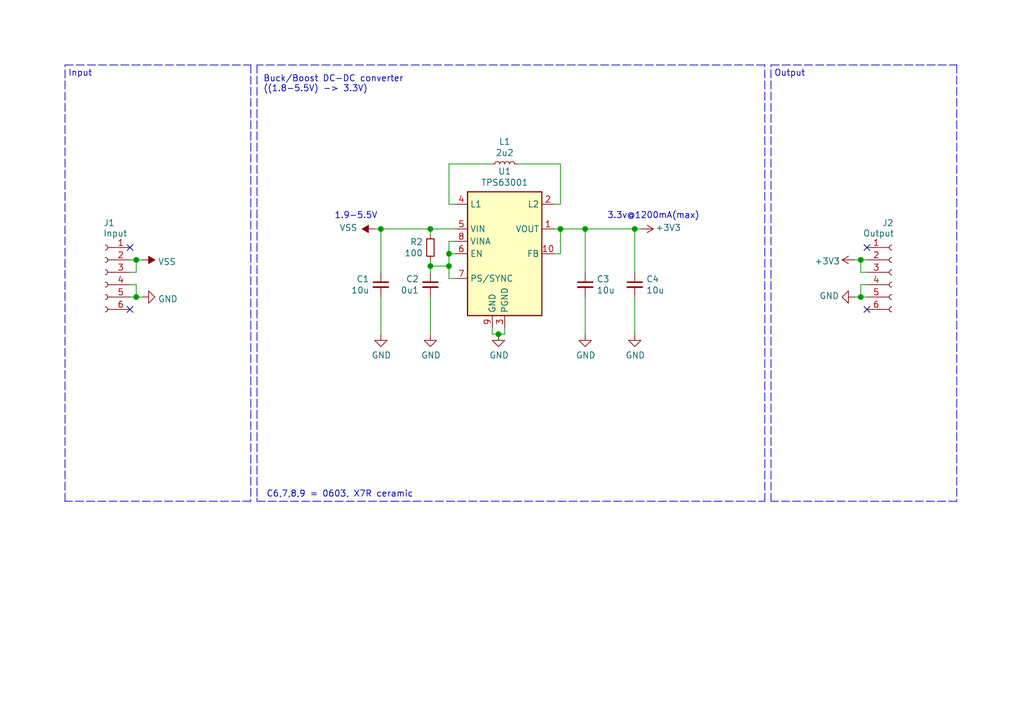
<source format=kicad_sch>
(kicad_sch (version 20210621) (generator eeschema)
  (paper "A5")
  (title_block (title "DC-DC converter") (date "2021-07-07") (rev "0.21") (company "Alex Carter"))
  (lib_symbols
    (symbol "Connector:Conn_01x06_Female" (pin_names (offset 1.016) hide)
      (property "Reference" "J" (at 0 7.62 0))
      (property "Value" "Conn_01x06_Female" (at 0 -10.16 0))
      (symbol "Conn_01x06_Female_1_1"
        (arc (start 0 -7.112) (end 0 -8.128) (radius (at 0 -7.62) (length 0.508) (angles 90.1 -90.1)) (stroke (width 0.1524)))
        (arc (start 0 -4.572) (end 0 -5.588) (radius (at 0 -5.08) (length 0.508) (angles 90.1 -90.1)) (stroke (width 0.1524)))
        (arc (start 0 -2.032) (end 0 -3.048) (radius (at 0 -2.54) (length 0.508) (angles 90.1 -90.1)) (stroke (width 0.1524)))
        (arc (start 0 0.508) (end 0 -0.508) (radius (at 0 0) (length 0.508) (angles 90.1 -90.1)) (stroke (width 0.1524)))
        (arc (start 0 3.048) (end 0 2.032) (radius (at 0 2.54) (length 0.508) (angles 90.1 -90.1)) (stroke (width 0.1524)))
        (arc (start 0 5.588) (end 0 4.572) (radius (at 0 5.08) (length 0.508) (angles 90.1 -90.1)) (stroke (width 0.1524)))
        (polyline (pts (xy -1.27 -7.62) (xy -0.508 -7.62)) (stroke (width 0.1524)))
        (polyline (pts (xy -1.27 -5.08) (xy -0.508 -5.08)) (stroke (width 0.1524)))
        (polyline (pts (xy -1.27 -2.54) (xy -0.508 -2.54)) (stroke (width 0.1524)))
        (polyline (pts (xy -1.27 0) (xy -0.508 0)) (stroke (width 0.1524)))
        (polyline (pts (xy -1.27 2.54) (xy -0.508 2.54)) (stroke (width 0.1524)))
        (polyline (pts (xy -1.27 5.08) (xy -0.508 5.08)) (stroke (width 0.1524)))
        (pin passive line (at -5.08 5.08 0) (length 3.81) (name "Pin_1") (number "1"))
        (pin passive line (at -5.08 2.54 0) (length 3.81) (name "Pin_2") (number "2"))
        (pin passive line (at -5.08 0 0) (length 3.81) (name "Pin_3") (number "3"))
        (pin passive line (at -5.08 -2.54 0) (length 3.81) (name "Pin_4") (number "4"))
        (pin passive line (at -5.08 -5.08 0) (length 3.81) (name "Pin_5") (number "5"))
        (pin passive line (at -5.08 -7.62 0) (length 3.81) (name "Pin_6") (number "6"))
      )
    )
    (symbol "Device:C_Small" (pin_numbers hide) (pin_names (offset 0.254) hide)
      (property "Reference" "C" (at 0.254 1.778 0))
      (property "Value" "C_Small" (at 0.254 -2.032 0))
      (symbol "C_Small_0_1"
        (polyline (pts (xy -1.524 -0.508) (xy 1.524 -0.508)) (stroke (width 0.3302)))
        (polyline (pts (xy -1.524 0.508) (xy 1.524 0.508)) (stroke (width 0.3048)))
      )
      (symbol "C_Small_1_1"
        (pin passive line (at 0 2.54 270) (length 2.032) (name "~") (number "1"))
        (pin passive line (at 0 -2.54 90) (length 2.032) (name "~") (number "2"))
      )
    )
    (symbol "Device:L_Small" (pin_numbers hide) (pin_names (offset 0.254) hide)
      (property "Reference" "L" (at 0.762 1.016 0))
      (property "Value" "L_Small" (at 0.762 -1.016 0))
      (symbol "L_Small_0_1"
        (arc (start 0 -2.032) (end 0 -1.016) (radius (at 0 -1.524) (length 0.508) (angles -89.9 89.9)))
        (arc (start 0 -1.016) (end 0 0) (radius (at 0 -0.508) (length 0.508) (angles -89.9 89.9)))
        (arc (start 0 0) (end 0 1.016) (radius (at 0 0.508) (length 0.508) (angles -89.9 89.9)))
        (arc (start 0 1.016) (end 0 2.032) (radius (at 0 1.524) (length 0.508) (angles -89.9 89.9)))
      )
      (symbol "L_Small_1_1"
        (pin passive line (at 0 2.54 270) (length 0.508) (name "~") (number "1"))
        (pin passive line (at 0 -2.54 90) (length 0.508) (name "~") (number "2"))
      )
    )
    (symbol "Device:R_Small" (pin_numbers hide) (pin_names (offset 0.254) hide)
      (property "Reference" "R" (at 0.762 0.508 0))
      (property "Value" "R_Small" (at 0.762 -1.016 0))
      (symbol "R_Small_0_1"
        (rectangle (start -0.762 1.778) (end 0.762 -1.778) (stroke (width 0.2032)))
      )
      (symbol "R_Small_1_1"
        (pin passive line (at 0 2.54 270) (length 0.762) (name "~") (number "1"))
        (pin passive line (at 0 -2.54 90) (length 0.762) (name "~") (number "2"))
      )
    )
    (symbol "Regulator_Switching:TPS63001"
      (property "Reference" "U" (at -7.62 13.97 0))
      (property "Value" "TPS63001" (at 5.08 13.97 0))
      (symbol "TPS63001_0_1"
        (rectangle (start -7.62 12.7) (end 7.62 -12.7) (stroke (width 0.254)) (fill (type background)))
      )
      (symbol "TPS63001_1_1"
        (pin power_out line (at 10.16 5.08 180) (length 2.54) (name "VOUT") (number "1"))
        (pin input line (at 10.16 0 180) (length 2.54) (name "FB") (number "10"))
        (pin passive line (at 0 -15.24 90) (length 2.54) hide (name "PGND") (number "11"))
        (pin input line (at 10.16 10.16 180) (length 2.54) (name "L2") (number "2"))
        (pin power_in line (at 0 -15.24 90) (length 2.54) (name "PGND") (number "3"))
        (pin input line (at -10.16 10.16 0) (length 2.54) (name "L1") (number "4"))
        (pin power_in line (at -10.16 5.08 0) (length 2.54) (name "VIN") (number "5"))
        (pin input line (at -10.16 0 0) (length 2.54) (name "EN") (number "6"))
        (pin input line (at -10.16 -5.08 0) (length 2.54) (name "PS/SYNC") (number "7"))
        (pin power_in line (at -10.16 2.54 0) (length 2.54) (name "VINA") (number "8"))
        (pin power_in line (at -2.54 -15.24 90) (length 2.54) (name "GND") (number "9"))
      )
    )
    (symbol "power:+3.3V" (power) (pin_names (offset 0))
      (property "Value" "+3.3V" (at 0 3.556 0))
      (symbol "+3.3V_0_1"
        (polyline (pts (xy -0.762 1.27) (xy 0 2.54)))
        (polyline (pts (xy 0 0) (xy 0 2.54)))
        (polyline (pts (xy 0 2.54) (xy 0.762 1.27)))
      )
      (symbol "+3.3V_1_1"
        (pin power_in line (at 0 0 90) (length 0) hide (name "+3V3") (number "1"))
      )
    )
    (symbol "power:GND" (power) (pin_names (offset 0))
      (property "Value" "GND" (at 0 -3.81 0))
      (symbol "GND_0_1"
        (polyline (pts (xy 0 0) (xy 0 -1.27) (xy 1.27 -1.27) (xy 0 -2.54) (xy -1.27 -1.27) (xy 0 -1.27)))
      )
      (symbol "GND_1_1"
        (pin power_in line (at 0 0 270) (length 0) hide (name "GND") (number "1"))
      )
    )
    (symbol "power:VSS" (power) (pin_names (offset 0))
      (property "Value" "VSS" (at 0 3.81 0))
      (symbol "VSS_0_1"
        (polyline (pts (xy 0 0) (xy 0 2.54)))
        (polyline (pts (xy 0.762 1.27) (xy -0.762 1.27) (xy 0 2.54) (xy 0.762 1.27)) (fill (type outline)))
      )
      (symbol "VSS_1_1"
        (pin power_in line (at 0 0 90) (length 0) hide (name "VSS") (number "1"))
      )
    )
  )
  (junction (at 27.94 53.34) (diameter 1.016))
  (junction (at 27.94 60.96) (diameter 1.016))
  (junction (at 78.105 46.99) (diameter 1.016))
  (junction (at 88.265 46.99) (diameter 1.016))
  (junction (at 88.265 54.61) (diameter 1.016))
  (junction (at 92.075 52.07) (diameter 1.016))
  (junction (at 92.075 54.61) (diameter 1.016))
  (junction (at 102.235 68.58) (diameter 1.016))
  (junction (at 114.935 46.99) (diameter 1.016))
  (junction (at 120.015 46.99) (diameter 1.016))
  (junction (at 130.175 46.99) (diameter 1.016))
  (junction (at 176.53 53.34) (diameter 1.016))
  (junction (at 176.53 60.96) (diameter 1.016))
  (no_connect (at 26.67 50.8))
  (no_connect (at 26.67 63.5))
  (no_connect (at 177.8 50.8))
  (no_connect (at 177.8 63.5))
  (wire (pts (xy 26.67 53.34) (xy 27.94 53.34)))
  (wire (pts (xy 26.67 55.88) (xy 27.94 55.88)))
  (wire (pts (xy 26.67 58.42) (xy 27.94 58.42)))
  (wire (pts (xy 26.67 60.96) (xy 27.94 60.96)))
  (wire (pts (xy 27.94 53.34) (xy 29.21 53.34)))
  (wire (pts (xy 27.94 55.88) (xy 27.94 53.34)))
  (wire (pts (xy 27.94 58.42) (xy 27.94 60.96)))
  (wire (pts (xy 27.94 60.96) (xy 29.21 60.96)))
  (wire (pts (xy 76.835 46.99) (xy 78.105 46.99)))
  (wire (pts (xy 78.105 46.99) (xy 88.265 46.99)))
  (wire (pts (xy 78.105 55.88) (xy 78.105 46.99)))
  (wire (pts (xy 78.105 60.96) (xy 78.105 68.58)))
  (wire (pts (xy 88.265 46.99) (xy 88.265 48.26)))
  (wire (pts (xy 88.265 53.34) (xy 88.265 54.61)))
  (wire (pts (xy 88.265 54.61) (xy 88.265 55.88)))
  (wire (pts (xy 88.265 54.61) (xy 92.075 54.61)))
  (wire (pts (xy 88.265 60.96) (xy 88.265 68.58)))
  (wire (pts (xy 92.075 33.655) (xy 92.075 41.91)))
  (wire (pts (xy 92.075 41.91) (xy 93.345 41.91)))
  (wire (pts (xy 92.075 49.53) (xy 92.075 52.07)))
  (wire (pts (xy 92.075 52.07) (xy 93.345 52.07)))
  (wire (pts (xy 92.075 54.61) (xy 92.075 52.07)))
  (wire (pts (xy 92.075 57.15) (xy 92.075 54.61)))
  (wire (pts (xy 93.345 46.99) (xy 88.265 46.99)))
  (wire (pts (xy 93.345 49.53) (xy 92.075 49.53)))
  (wire (pts (xy 93.345 57.15) (xy 92.075 57.15)))
  (wire (pts (xy 100.965 33.655) (xy 92.075 33.655)))
  (wire (pts (xy 100.965 67.31) (xy 100.965 68.58)))
  (wire (pts (xy 100.965 68.58) (xy 102.235 68.58)))
  (wire (pts (xy 102.235 68.58) (xy 103.505 68.58)))
  (wire (pts (xy 103.505 68.58) (xy 103.505 67.31)))
  (wire (pts (xy 106.045 33.655) (xy 114.935 33.655)))
  (wire (pts (xy 113.665 52.07) (xy 114.935 52.07)))
  (wire (pts (xy 114.935 33.655) (xy 114.935 41.91)))
  (wire (pts (xy 114.935 41.91) (xy 113.665 41.91)))
  (wire (pts (xy 114.935 46.99) (xy 113.665 46.99)))
  (wire (pts (xy 114.935 46.99) (xy 120.015 46.99)))
  (wire (pts (xy 114.935 52.07) (xy 114.935 46.99)))
  (wire (pts (xy 120.015 46.99) (xy 120.015 55.88)))
  (wire (pts (xy 120.015 46.99) (xy 130.175 46.99)))
  (wire (pts (xy 120.015 60.96) (xy 120.015 68.58)))
  (wire (pts (xy 130.175 46.99) (xy 130.175 55.88)))
  (wire (pts (xy 130.175 46.99) (xy 131.445 46.99)))
  (wire (pts (xy 130.175 60.96) (xy 130.175 68.58)))
  (wire (pts (xy 175.26 53.34) (xy 176.53 53.34)))
  (wire (pts (xy 175.26 60.96) (xy 176.53 60.96)))
  (wire (pts (xy 176.53 53.34) (xy 176.53 55.88)))
  (wire (pts (xy 176.53 53.34) (xy 177.8 53.34)))
  (wire (pts (xy 176.53 55.88) (xy 177.8 55.88)))
  (wire (pts (xy 176.53 58.42) (xy 177.8 58.42)))
  (wire (pts (xy 176.53 60.96) (xy 176.53 58.42)))
  (wire (pts (xy 176.53 60.96) (xy 177.8 60.96)))
  (polyline (pts (xy 13.335 13.335) (xy 51.435 13.335)) (stroke (width 0) (type dash)))
  (polyline (pts (xy 13.335 102.87) (xy 13.335 13.335)) (stroke (width 0) (type dash)))
  (polyline (pts (xy 51.435 13.335) (xy 51.435 102.87)) (stroke (width 0) (type dash)))
  (polyline (pts (xy 51.435 102.87) (xy 13.335 102.87)) (stroke (width 0) (type dash)))
  (polyline (pts (xy 52.705 13.335) (xy 52.705 102.235)) (stroke (width 0) (type dash)))
  (polyline (pts (xy 52.705 102.235) (xy 52.705 102.87)) (stroke (width 0) (type dash)))
  (polyline (pts (xy 52.705 102.87) (xy 156.845 102.87)) (stroke (width 0) (type dash)))
  (polyline (pts (xy 156.845 13.335) (xy 52.705 13.335)) (stroke (width 0) (type dash)))
  (polyline (pts (xy 156.845 102.87) (xy 156.845 13.335)) (stroke (width 0) (type dash)))
  (polyline (pts (xy 158.115 13.335) (xy 196.215 13.335)) (stroke (width 0) (type dash)))
  (polyline (pts (xy 158.115 102.87) (xy 158.115 13.335)) (stroke (width 0) (type dash)))
  (polyline (pts (xy 196.215 13.335) (xy 196.215 102.87)) (stroke (width 0) (type dash)))
  (polyline (pts (xy 196.215 102.87) (xy 158.115 102.87)) (stroke (width 0) (type dash)))
  (text "Input\n" (at 13.97 15.875 0) (effects (font (size 1.27 1.27)) (justify left bottom)))
  (text "Buck/Boost DC-DC converter\n((1.8-5.5V) -> 3.3V)" (at 53.975 19.05 0) (effects (font (size 1.27 1.27)) (justify left bottom)))
  (text "C6,7,8,9 = 0603, X7R ceramic" (at 54.61 102.235 0) (effects (font (size 1.27 1.27)) (justify left bottom)))
  (text "1.9-5.5V" (at 77.47 45.085 180) (effects (font (size 1.27 1.27)) (justify right bottom)))
  (text "3.3v@1200mA(max)" (at 143.51 45.085 180) (effects (font (size 1.27 1.27)) (justify right bottom)))
  (text "Output\n" (at 158.75 15.875 0) (effects (font (size 1.27 1.27)) (justify left bottom)))
  (symbol (lib_id "power:VSS") (at 29.21 53.34 270) (unit 1)
    (property "Reference" "#PWR0109" (effects hide))
    (property "Value" "VSS" (at 32.3851 53.7285 90) (effects (justify left)))
  )
  (symbol (lib_id "power:VSS") (at 76.835 46.99 90) (unit 1)
    (property "Reference" "#PWR0107" (effects hide))
    (property "Value" "VSS" (at 69.5961 46.7435 90) (effects (justify right)))
  )
  (symbol (lib_id "power:+3.3V") (at 131.445 46.99 270) (unit 1)
    (property "Reference" "#PWR0103" (effects hide))
    (property "Value" "+3.3V" (at 137.0394 46.7233 90))
  )
  (symbol (lib_id "power:+3.3V") (at 175.26 53.34 90) (unit 1)
    (property "Reference" "#PWR0108" (effects hide))
    (property "Value" "+3.3V" (at 169.6656 53.6067 90))
  )
  (symbol (lib_id "Device:L_Small") (at 103.505 33.655 90) (unit 1)
    (property "Reference" "L1" (at 103.505 29.0638 90))
    (property "Value" "2u2" (at 103.505 31.363 90))
    (property "Footprint" "Inductor_SMD:L_Coilcraft_XxL4040" (effects hide))
    (property "LCSC Part" "C135262" (effects hide))
  )
  (symbol (lib_id "power:GND") (at 29.21 60.96 90) (unit 1)
    (property "Reference" "#PWR0110" (effects hide))
    (property "Value" "GND" (at 32.3851 61.3485 90) (effects (justify right)))
  )
  (symbol (lib_id "power:GND") (at 78.105 68.58 0) (unit 1)
    (property "Reference" "#PWR0104" (effects hide))
    (property "Value" "GND" (at 78.2193 72.9044 0))
  )
  (symbol (lib_id "power:GND") (at 88.265 68.58 0) (unit 1)
    (property "Reference" "#PWR0106" (effects hide))
    (property "Value" "GND" (at 88.3793 72.9044 0))
  )
  (symbol (lib_id "power:GND") (at 102.235 68.58 0) (unit 1)
    (property "Reference" "#PWR0101" (effects hide))
    (property "Value" "GND" (at 102.3493 72.9044 0))
  )
  (symbol (lib_id "power:GND") (at 120.015 68.58 0) (unit 1)
    (property "Reference" "#PWR0102" (effects hide))
    (property "Value" "GND" (at 120.1293 72.9044 0))
  )
  (symbol (lib_id "power:GND") (at 130.175 68.58 0) (unit 1)
    (property "Reference" "#PWR0105" (effects hide))
    (property "Value" "GND" (at 130.2893 72.9044 0))
  )
  (symbol (lib_id "power:GND") (at 175.26 60.96 270) (unit 1)
    (property "Reference" "#PWR0111" (effects hide))
    (property "Value" "GND" (at 168.0211 60.7135 90) (effects (justify left)))
  )
  (symbol (lib_id "Device:R_Small") (at 88.265 50.8 0) (mirror x) (unit 1)
    (property "Reference" "R2" (at 86.7663 49.6506 0) (effects (justify right)))
    (property "Value" "100" (at 86.766 51.949 0) (effects (justify right)))
    (property "Footprint" "Resistor_SMD:R_0603_1608Metric" (effects hide))
    (property "LCSC Part" "C22775" (effects hide))
  )
  (symbol (lib_id "Device:C_Small") (at 78.105 58.42 0) (mirror y) (unit 1)
    (property "Reference" "C1" (at 75.7808 57.2706 0) (effects (justify left)))
    (property "Value" "10u" (at 75.781 59.569 0) (effects (justify left)))
    (property "Footprint" "Capacitor_SMD:C_0603_1608Metric" (effects hide))
    (property "LCSC Part" "C19702" (effects hide))
  )
  (symbol (lib_id "Device:C_Small") (at 88.265 58.42 0) (mirror y) (unit 1)
    (property "Reference" "C2" (at 85.9408 57.2706 0) (effects (justify left)))
    (property "Value" "0u1" (at 85.941 59.569 0) (effects (justify left)))
    (property "Footprint" "Capacitor_SMD:C_0603_1608Metric" (effects hide))
    (property "LCSC Part" "C14663" (effects hide))
  )
  (symbol (lib_id "Device:C_Small") (at 120.015 58.42 0) (unit 1)
    (property "Reference" "C3" (at 122.3392 57.2706 0) (effects (justify left)))
    (property "Value" "10u" (at 122.339 59.569 0) (effects (justify left)))
    (property "Footprint" "Capacitor_SMD:C_0603_1608Metric" (effects hide))
  )
  (symbol (lib_id "Device:C_Small") (at 130.175 58.42 0) (unit 1)
    (property "Reference" "C4" (at 132.4992 57.2706 0) (effects (justify left)))
    (property "Value" "10u" (at 132.499 59.569 0) (effects (justify left)))
    (property "Footprint" "Capacitor_SMD:C_0603_1608Metric" (effects hide))
  )
  (symbol (lib_id "Connector:Conn_01x06_Female") (at 21.59 55.88 0) (mirror y) (unit 1)
    (property "Reference" "J1" (at 22.3774 45.7412 0))
    (property "Value" "Input" (at 23.6474 47.8813 0))
    (property "Footprint" "Connector_PinSocket_2.54mm:PinSocket_1x06_P2.54mm_Vertical" (effects hide))
  )
  (symbol (lib_id "Connector:Conn_01x06_Female") (at 182.88 55.88 0) (unit 1)
    (property "Reference" "J2" (at 182.0926 45.7412 0))
    (property "Value" "Output" (at 180.1876 47.8813 0))
    (property "Footprint" "Connector_PinSocket_2.54mm:PinSocket_1x06_P2.54mm_Vertical" (effects hide))
  )
  (symbol (lib_id "Regulator_Switching:TPS63001") (at 103.505 52.07 0) (unit 1)
    (property "Reference" "U1" (at 103.505 35.1598 0))
    (property "Value" "TPS63001" (at 103.505 37.4585 0))
    (property "Footprint" "Package_SON:Texas_DRC0010J_ThermalVias" (effects hide))
    (property "Datasheet" "http://www.ti.com/lit/ds/symlink/tps63000.pdf" (effects hide))
  )
)
</source>
